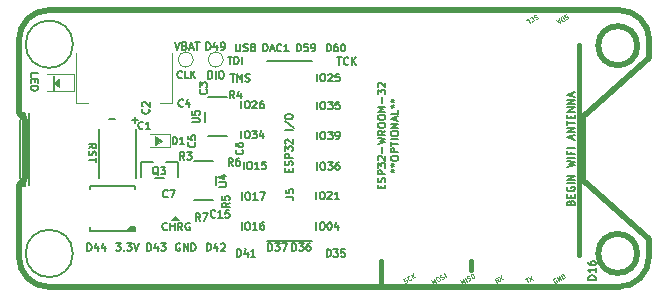
<source format=gbr>
%TF.GenerationSoftware,KiCad,Pcbnew,(6.0.0-rc1-dev-1614-ge850a482d)*%
%TF.CreationDate,2019-02-21T20:22:14-08:00*%
%TF.ProjectId,SAM32,53414d33-322e-46b6-9963-61645f706362,rev?*%
%TF.SameCoordinates,Original*%
%TF.FileFunction,Legend,Top*%
%TF.FilePolarity,Positive*%
%FSLAX46Y46*%
G04 Gerber Fmt 4.6, Leading zero omitted, Abs format (unit mm)*
G04 Created by KiCad (PCBNEW (6.0.0-rc1-dev-1614-ge850a482d)) date 2019-02-21 20:22:14*
%MOMM*%
%LPD*%
G04 APERTURE LIST*
%ADD10C,0.381000*%
%ADD11C,0.095250*%
%ADD12C,0.127000*%
%ADD13C,0.158750*%
%ADD14C,0.100000*%
%ADD15C,0.150000*%
%ADD16C,0.508000*%
%ADD17C,0.120000*%
%ADD18C,0.203200*%
G04 APERTURE END LIST*
D10*
X86481920Y-110617000D02*
X86481920Y-108849160D01*
D11*
X101235575Y-110320305D02*
X101195079Y-110322735D01*
X101147942Y-110349949D01*
X101109877Y-110392876D01*
X101096596Y-110442443D01*
X101099026Y-110482939D01*
X101119600Y-110554859D01*
X101146814Y-110601996D01*
X101198812Y-110655773D01*
X101232667Y-110678126D01*
X101282234Y-110691407D01*
X101338442Y-110679905D01*
X101369867Y-110661762D01*
X101407932Y-110618836D01*
X101414573Y-110594052D01*
X101351073Y-110484067D01*
X101288224Y-110520353D01*
X101574125Y-110543834D02*
X101383625Y-110213878D01*
X101762671Y-110434977D01*
X101572171Y-110105021D01*
X101919793Y-110344262D02*
X101729293Y-110014307D01*
X101807854Y-109968949D01*
X101864062Y-109957447D01*
X101913629Y-109970729D01*
X101947484Y-109993082D01*
X101999482Y-110046859D01*
X102026696Y-110093996D01*
X102047270Y-110165916D01*
X102049700Y-110206411D01*
X102036419Y-110255979D01*
X101998354Y-110298905D01*
X101919793Y-110344262D01*
D12*
X74308788Y-108491261D02*
X74308788Y-107856261D01*
X74459979Y-107856261D01*
X74550693Y-107886500D01*
X74611169Y-107946976D01*
X74641407Y-108007452D01*
X74671645Y-108128404D01*
X74671645Y-108219119D01*
X74641407Y-108340071D01*
X74611169Y-108400547D01*
X74550693Y-108461023D01*
X74459979Y-108491261D01*
X74308788Y-108491261D01*
X75215931Y-108067928D02*
X75215931Y-108491261D01*
X75064740Y-107826023D02*
X74913550Y-108279595D01*
X75306645Y-108279595D01*
X75881169Y-108491261D02*
X75518312Y-108491261D01*
X75699740Y-108491261D02*
X75699740Y-107856261D01*
X75639264Y-107946976D01*
X75578788Y-108007452D01*
X75518312Y-108037690D01*
X66696408Y-107983261D02*
X66696408Y-107348261D01*
X66847599Y-107348261D01*
X66938313Y-107378500D01*
X66998789Y-107438976D01*
X67029027Y-107499452D01*
X67059265Y-107620404D01*
X67059265Y-107711119D01*
X67029027Y-107832071D01*
X66998789Y-107892547D01*
X66938313Y-107953023D01*
X66847599Y-107983261D01*
X66696408Y-107983261D01*
X67603551Y-107559928D02*
X67603551Y-107983261D01*
X67452360Y-107318023D02*
X67301170Y-107771595D01*
X67694265Y-107771595D01*
X67875694Y-107348261D02*
X68268789Y-107348261D01*
X68057122Y-107590166D01*
X68147837Y-107590166D01*
X68208313Y-107620404D01*
X68238551Y-107650642D01*
X68268789Y-107711119D01*
X68268789Y-107862309D01*
X68238551Y-107922785D01*
X68208313Y-107953023D01*
X68147837Y-107983261D01*
X67966408Y-107983261D01*
X67905932Y-107953023D01*
X67875694Y-107922785D01*
X104687261Y-110421071D02*
X104052261Y-110421071D01*
X104052261Y-110269880D01*
X104082500Y-110179166D01*
X104142976Y-110118690D01*
X104203452Y-110088452D01*
X104324404Y-110058214D01*
X104415119Y-110058214D01*
X104536071Y-110088452D01*
X104596547Y-110118690D01*
X104657023Y-110179166D01*
X104687261Y-110269880D01*
X104687261Y-110421071D01*
X104687261Y-109453452D02*
X104687261Y-109816309D01*
X104687261Y-109634880D02*
X104052261Y-109634880D01*
X104142976Y-109695357D01*
X104203452Y-109755833D01*
X104233690Y-109816309D01*
X104052261Y-108909166D02*
X104052261Y-109030119D01*
X104082500Y-109090595D01*
X104112738Y-109120833D01*
X104203452Y-109181309D01*
X104324404Y-109211547D01*
X104566309Y-109211547D01*
X104626785Y-109181309D01*
X104657023Y-109151071D01*
X104687261Y-109090595D01*
X104687261Y-108969642D01*
X104657023Y-108909166D01*
X104626785Y-108878928D01*
X104566309Y-108848690D01*
X104415119Y-108848690D01*
X104354642Y-108878928D01*
X104324404Y-108909166D01*
X104294166Y-108969642D01*
X104294166Y-109090595D01*
X104324404Y-109151071D01*
X104354642Y-109181309D01*
X104415119Y-109211547D01*
D11*
X98689043Y-110373172D02*
X98877589Y-110264315D01*
X98973816Y-110648699D02*
X98783316Y-110318744D01*
X98956150Y-110218958D02*
X99366621Y-110421914D01*
X99176121Y-110091958D02*
X99146650Y-110548914D01*
X96508625Y-110567635D02*
X96307926Y-110474013D01*
X96320079Y-110676492D02*
X96129579Y-110346537D01*
X96255277Y-110273965D01*
X96295773Y-110271535D01*
X96320556Y-110278175D01*
X96354411Y-110300528D01*
X96381625Y-110347665D01*
X96384056Y-110388160D01*
X96377415Y-110412944D01*
X96355062Y-110446799D01*
X96229365Y-110519371D01*
X96428111Y-110174179D02*
X96838581Y-110377135D01*
X96648081Y-110047179D02*
X96618611Y-110504135D01*
D12*
X73763333Y-93022261D02*
X74126190Y-93022261D01*
X73944761Y-93657261D02*
X73944761Y-93022261D01*
X74337857Y-93657261D02*
X74337857Y-93022261D01*
X74549523Y-93475833D01*
X74761190Y-93022261D01*
X74761190Y-93657261D01*
X75033333Y-93627023D02*
X75124047Y-93657261D01*
X75275238Y-93657261D01*
X75335714Y-93627023D01*
X75365952Y-93596785D01*
X75396190Y-93536309D01*
X75396190Y-93475833D01*
X75365952Y-93415357D01*
X75335714Y-93385119D01*
X75275238Y-93354880D01*
X75154285Y-93324642D01*
X75093809Y-93294404D01*
X75063571Y-93264166D01*
X75033333Y-93203690D01*
X75033333Y-93143214D01*
X75063571Y-93082738D01*
X75093809Y-93052500D01*
X75154285Y-93022261D01*
X75305476Y-93022261D01*
X75396190Y-93052500D01*
D13*
X63995904Y-96855642D02*
X63512095Y-96855642D01*
X65704357Y-97142904D02*
X65704357Y-96659095D01*
X65946261Y-96901000D02*
X65462452Y-96901000D01*
D14*
G36*
X67989600Y-98651000D02*
G01*
X67380000Y-99032000D01*
X67380000Y-98270000D01*
X67989600Y-98651000D01*
G37*
X67989600Y-98651000D02*
X67380000Y-99032000D01*
X67380000Y-98270000D01*
X67989600Y-98651000D01*
D15*
X58847114Y-94441600D02*
X58847114Y-93146200D01*
D14*
G36*
X59258200Y-94111400D02*
G01*
X58847114Y-93792240D01*
X59258200Y-93451000D01*
X59258200Y-94111400D01*
G37*
X59258200Y-94111400D02*
X58847114Y-93792240D01*
X59258200Y-93451000D01*
X59258200Y-94111400D01*
G36*
X69375020Y-105349040D02*
G01*
X68714620Y-105349040D01*
X69044820Y-105069640D01*
X69375020Y-105349040D01*
G37*
X69375020Y-105349040D02*
X68714620Y-105349040D01*
X69044820Y-105069640D01*
X69375020Y-105349040D01*
D16*
X109192060Y-106945080D02*
X109192060Y-108498640D01*
X106652060Y-111038640D02*
G75*
G03X109192060Y-108498640I0J2540000D01*
G01*
X103755076Y-102181768D02*
X109192060Y-106945080D01*
X55852060Y-96296067D02*
X56300000Y-96740000D01*
X103758052Y-96469398D02*
X109220013Y-91690000D01*
X103758039Y-96469407D02*
G75*
G03X103628512Y-96721166I160472J-241760D01*
G01*
X103755063Y-102181759D02*
G75*
G02X103625536Y-101930000I160472J241760D01*
G01*
X103625536Y-101930000D02*
X103628512Y-96721166D01*
X55852060Y-102438136D02*
X56300000Y-101994203D01*
X56300000Y-101994203D02*
G75*
G03X56361488Y-101805369I-228511J178835D01*
G01*
X56300000Y-96740000D02*
G75*
G02X56361488Y-96928834I-228511J-178835D01*
G01*
D12*
X56852738Y-93261785D02*
X56852738Y-92959404D01*
X57487738Y-92959404D01*
X57185357Y-93473452D02*
X57185357Y-93685119D01*
X56852738Y-93775833D02*
X56852738Y-93473452D01*
X57487738Y-93473452D01*
X57487738Y-93775833D01*
X56852738Y-94047976D02*
X57487738Y-94047976D01*
X57487738Y-94199166D01*
X57457500Y-94289880D01*
X57397023Y-94350357D01*
X57336547Y-94380595D01*
X57215595Y-94410833D01*
X57124880Y-94410833D01*
X57003928Y-94380595D01*
X56943452Y-94350357D01*
X56882976Y-94289880D01*
X56852738Y-94199166D01*
X56852738Y-94047976D01*
X68398928Y-106166785D02*
X68368690Y-106197023D01*
X68277976Y-106227261D01*
X68217500Y-106227261D01*
X68126785Y-106197023D01*
X68066309Y-106136547D01*
X68036071Y-106076071D01*
X68005833Y-105955119D01*
X68005833Y-105864404D01*
X68036071Y-105743452D01*
X68066309Y-105682976D01*
X68126785Y-105622500D01*
X68217500Y-105592261D01*
X68277976Y-105592261D01*
X68368690Y-105622500D01*
X68398928Y-105652738D01*
X68671071Y-106227261D02*
X68671071Y-105592261D01*
X68671071Y-105894642D02*
X69033928Y-105894642D01*
X69033928Y-106227261D02*
X69033928Y-105592261D01*
X69699166Y-106227261D02*
X69487500Y-105924880D01*
X69336309Y-106227261D02*
X69336309Y-105592261D01*
X69578214Y-105592261D01*
X69638690Y-105622500D01*
X69668928Y-105652738D01*
X69699166Y-105713214D01*
X69699166Y-105803928D01*
X69668928Y-105864404D01*
X69638690Y-105894642D01*
X69578214Y-105924880D01*
X69336309Y-105924880D01*
X70303928Y-105622500D02*
X70243452Y-105592261D01*
X70152738Y-105592261D01*
X70062023Y-105622500D01*
X70001547Y-105682976D01*
X69971309Y-105743452D01*
X69941071Y-105864404D01*
X69941071Y-105955119D01*
X69971309Y-106076071D01*
X70001547Y-106136547D01*
X70062023Y-106197023D01*
X70152738Y-106227261D01*
X70213214Y-106227261D01*
X70303928Y-106197023D01*
X70334166Y-106166785D01*
X70334166Y-105955119D01*
X70213214Y-105955119D01*
X61752738Y-99302261D02*
X62055119Y-99090595D01*
X61752738Y-98939404D02*
X62387738Y-98939404D01*
X62387738Y-99181309D01*
X62357500Y-99241785D01*
X62327261Y-99272023D01*
X62266785Y-99302261D01*
X62176071Y-99302261D01*
X62115595Y-99272023D01*
X62085357Y-99241785D01*
X62055119Y-99181309D01*
X62055119Y-98939404D01*
X61782976Y-99544166D02*
X61752738Y-99634880D01*
X61752738Y-99786071D01*
X61782976Y-99846547D01*
X61813214Y-99876785D01*
X61873690Y-99907023D01*
X61934166Y-99907023D01*
X61994642Y-99876785D01*
X62024880Y-99846547D01*
X62055119Y-99786071D01*
X62085357Y-99665119D01*
X62115595Y-99604642D01*
X62145833Y-99574404D01*
X62206309Y-99544166D01*
X62266785Y-99544166D01*
X62327261Y-99574404D01*
X62357500Y-99604642D01*
X62387738Y-99665119D01*
X62387738Y-99816309D01*
X62357500Y-99907023D01*
X62387738Y-100088452D02*
X62387738Y-100451309D01*
X61752738Y-100269880D02*
X62387738Y-100269880D01*
D10*
X94107000Y-109573060D02*
X94107000Y-108839000D01*
D11*
X102197873Y-87948385D02*
X102141665Y-87959887D01*
X102063104Y-88005244D01*
X102040751Y-88039099D01*
X102034110Y-88063882D01*
X102036541Y-88104378D01*
X102054684Y-88135803D01*
X102088539Y-88158156D01*
X102113323Y-88164796D01*
X102153818Y-88162366D01*
X102225738Y-88141792D01*
X102266234Y-88139361D01*
X102291018Y-88146002D01*
X102324873Y-88168355D01*
X102343016Y-88199779D01*
X102345446Y-88240275D01*
X102338806Y-88265059D01*
X102316453Y-88298914D01*
X102237892Y-88344271D01*
X102181684Y-88355773D01*
X101858846Y-88123172D02*
X102049346Y-88453128D01*
X101970785Y-88498485D01*
X101914577Y-88509987D01*
X101865010Y-88496706D01*
X101831155Y-88474353D01*
X101779157Y-88420576D01*
X101751942Y-88373439D01*
X101731369Y-88301519D01*
X101728938Y-88261023D01*
X101742220Y-88211456D01*
X101780285Y-88168530D01*
X101858846Y-88123172D01*
X101599031Y-88398874D02*
X101441909Y-88489588D01*
X101576027Y-88286458D02*
X101656541Y-88679914D01*
X101356056Y-88413458D01*
X99619537Y-87983400D02*
X99563329Y-87994902D01*
X99484768Y-88040260D01*
X99462415Y-88074115D01*
X99455774Y-88098898D01*
X99458205Y-88139394D01*
X99476348Y-88170818D01*
X99510203Y-88193171D01*
X99534986Y-88199812D01*
X99575482Y-88197381D01*
X99647402Y-88176808D01*
X99687898Y-88174377D01*
X99712682Y-88181018D01*
X99746537Y-88203371D01*
X99764680Y-88234795D01*
X99767110Y-88275291D01*
X99760470Y-88300074D01*
X99738117Y-88333930D01*
X99659556Y-88379287D01*
X99603348Y-88390789D01*
X99110106Y-88298470D02*
X99116747Y-88273686D01*
X99154812Y-88230760D01*
X99186237Y-88212617D01*
X99242445Y-88201115D01*
X99292012Y-88214396D01*
X99325867Y-88236749D01*
X99377865Y-88290526D01*
X99405079Y-88337663D01*
X99425652Y-88409583D01*
X99428083Y-88450079D01*
X99414802Y-88499646D01*
X99376737Y-88542572D01*
X99345312Y-88560715D01*
X99289104Y-88572217D01*
X99264321Y-88565577D01*
X98793432Y-88439402D02*
X98950554Y-88348688D01*
X99141054Y-88678644D01*
X93410516Y-110816702D02*
X93220016Y-110486747D01*
X93466073Y-110658929D01*
X93439987Y-110359747D01*
X93630487Y-110689702D01*
X93787608Y-110598988D02*
X93597108Y-110269032D01*
X93919947Y-110501633D02*
X93976155Y-110490131D01*
X94054715Y-110444774D01*
X94077068Y-110410919D01*
X94083709Y-110386135D01*
X94081278Y-110345639D01*
X94063136Y-110314215D01*
X94029281Y-110291862D01*
X94004497Y-110285221D01*
X93964001Y-110287652D01*
X93892081Y-110308226D01*
X93851585Y-110310656D01*
X93826802Y-110304015D01*
X93792947Y-110281663D01*
X93774804Y-110250238D01*
X93772373Y-110209742D01*
X93779014Y-110184959D01*
X93801367Y-110151104D01*
X93879928Y-110105747D01*
X93936136Y-110094245D01*
X94131322Y-109960604D02*
X94194171Y-109924318D01*
X94234667Y-109921887D01*
X94284234Y-109935169D01*
X94336232Y-109988946D01*
X94399732Y-110098931D01*
X94420306Y-110170851D01*
X94407024Y-110220419D01*
X94384671Y-110254274D01*
X94321822Y-110290559D01*
X94281327Y-110292990D01*
X94231759Y-110279709D01*
X94179762Y-110225931D01*
X94116262Y-110115946D01*
X94095688Y-110044026D01*
X94108970Y-109994459D01*
X94131322Y-109960604D01*
X90956876Y-110809082D02*
X90766376Y-110479127D01*
X91012433Y-110651309D01*
X90986347Y-110352127D01*
X91176847Y-110682082D01*
X91206317Y-110225127D02*
X91269166Y-110188841D01*
X91309662Y-110186410D01*
X91359229Y-110199692D01*
X91411227Y-110253469D01*
X91474727Y-110363454D01*
X91495300Y-110435374D01*
X91482019Y-110484942D01*
X91459666Y-110518797D01*
X91396817Y-110555082D01*
X91356321Y-110557513D01*
X91306754Y-110544231D01*
X91254756Y-110490454D01*
X91191256Y-110380469D01*
X91170683Y-110308549D01*
X91183964Y-110258982D01*
X91206317Y-110225127D01*
X91654853Y-110385156D02*
X91711061Y-110373654D01*
X91789622Y-110328297D01*
X91811974Y-110294442D01*
X91818615Y-110269658D01*
X91816185Y-110229162D01*
X91798042Y-110197738D01*
X91764187Y-110175385D01*
X91739403Y-110168744D01*
X91698907Y-110171175D01*
X91626987Y-110191748D01*
X91586491Y-110194179D01*
X91561708Y-110187538D01*
X91527853Y-110165185D01*
X91509710Y-110133761D01*
X91507279Y-110093265D01*
X91513920Y-110068482D01*
X91536273Y-110034627D01*
X91614834Y-109989269D01*
X91671042Y-109977767D01*
X91993880Y-110210368D02*
X91803380Y-109880412D01*
X88560498Y-110690682D02*
X88616706Y-110679179D01*
X88695267Y-110633822D01*
X88717620Y-110599967D01*
X88724260Y-110575184D01*
X88721830Y-110534688D01*
X88703687Y-110503264D01*
X88669832Y-110480911D01*
X88645048Y-110474270D01*
X88604552Y-110476701D01*
X88532632Y-110497274D01*
X88492137Y-110499705D01*
X88467353Y-110493064D01*
X88433498Y-110470711D01*
X88415355Y-110439287D01*
X88412924Y-110398791D01*
X88419565Y-110374007D01*
X88441918Y-110340152D01*
X88520479Y-110294795D01*
X88576687Y-110283293D01*
X89069928Y-110375612D02*
X89063288Y-110400396D01*
X89025222Y-110443322D01*
X88993798Y-110461465D01*
X88937590Y-110472967D01*
X88888023Y-110459686D01*
X88854168Y-110437333D01*
X88802170Y-110383556D01*
X88774956Y-110336419D01*
X88754382Y-110264499D01*
X88751951Y-110224003D01*
X88765233Y-110174436D01*
X88803298Y-110131509D01*
X88834722Y-110113367D01*
X88890930Y-110101865D01*
X88915714Y-110108505D01*
X89229481Y-110325394D02*
X89038981Y-109995438D01*
X89418027Y-110216537D02*
X89167760Y-110109633D01*
X89227527Y-109886581D02*
X89147838Y-110183984D01*
D16*
X108205221Y-90615720D02*
G75*
G03X108205221Y-90615720I-1652221J0D01*
G01*
X108205221Y-108205220D02*
G75*
G03X108205221Y-108205220I-1652221J0D01*
G01*
D12*
X102570642Y-103913214D02*
X102600880Y-103822500D01*
X102631119Y-103792261D01*
X102691595Y-103762023D01*
X102782309Y-103762023D01*
X102842785Y-103792261D01*
X102873023Y-103822500D01*
X102903261Y-103882976D01*
X102903261Y-104124880D01*
X102268261Y-104124880D01*
X102268261Y-103913214D01*
X102298500Y-103852738D01*
X102328738Y-103822500D01*
X102389214Y-103792261D01*
X102449690Y-103792261D01*
X102510166Y-103822500D01*
X102540404Y-103852738D01*
X102570642Y-103913214D01*
X102570642Y-104124880D01*
X102570642Y-103489880D02*
X102570642Y-103278214D01*
X102903261Y-103187500D02*
X102903261Y-103489880D01*
X102268261Y-103489880D01*
X102268261Y-103187500D01*
X102298500Y-102582738D02*
X102268261Y-102643214D01*
X102268261Y-102733928D01*
X102298500Y-102824642D01*
X102358976Y-102885119D01*
X102419452Y-102915357D01*
X102540404Y-102945595D01*
X102631119Y-102945595D01*
X102752071Y-102915357D01*
X102812547Y-102885119D01*
X102873023Y-102824642D01*
X102903261Y-102733928D01*
X102903261Y-102673452D01*
X102873023Y-102582738D01*
X102842785Y-102552500D01*
X102631119Y-102552500D01*
X102631119Y-102673452D01*
X102903261Y-102280357D02*
X102268261Y-102280357D01*
X102903261Y-101977976D02*
X102268261Y-101977976D01*
X102903261Y-101615119D01*
X102268261Y-101615119D01*
X102268261Y-100889404D02*
X102903261Y-100738214D01*
X102449690Y-100617261D01*
X102903261Y-100496309D01*
X102268261Y-100345119D01*
X102903261Y-100103214D02*
X102268261Y-100103214D01*
X102570642Y-99589166D02*
X102570642Y-99800833D01*
X102903261Y-99800833D02*
X102268261Y-99800833D01*
X102268261Y-99498452D01*
X102903261Y-99256547D02*
X102268261Y-99256547D01*
X102721833Y-98500595D02*
X102721833Y-98198214D01*
X102903261Y-98561071D02*
X102268261Y-98349404D01*
X102903261Y-98137738D01*
X102903261Y-97926071D02*
X102268261Y-97926071D01*
X102903261Y-97563214D01*
X102268261Y-97563214D01*
X102268261Y-97351547D02*
X102268261Y-96988690D01*
X102903261Y-97170119D02*
X102268261Y-97170119D01*
X102570642Y-96777023D02*
X102570642Y-96565357D01*
X102903261Y-96474642D02*
X102903261Y-96777023D01*
X102268261Y-96777023D01*
X102268261Y-96474642D01*
X102903261Y-96202500D02*
X102268261Y-96202500D01*
X102903261Y-95839642D01*
X102268261Y-95839642D01*
X102903261Y-95537261D02*
X102268261Y-95537261D01*
X102903261Y-95174404D01*
X102268261Y-95174404D01*
X102721833Y-94902261D02*
X102721833Y-94599880D01*
X102903261Y-94962738D02*
X102268261Y-94751071D01*
X102903261Y-94539404D01*
D10*
X103251000Y-108331113D02*
X103251000Y-90550886D01*
D12*
X86536892Y-102694619D02*
X86536892Y-102482952D01*
X86869511Y-102392238D02*
X86869511Y-102694619D01*
X86234511Y-102694619D01*
X86234511Y-102392238D01*
X86839273Y-102150333D02*
X86869511Y-102059619D01*
X86869511Y-101908428D01*
X86839273Y-101847952D01*
X86809035Y-101817714D01*
X86748559Y-101787476D01*
X86688083Y-101787476D01*
X86627607Y-101817714D01*
X86597369Y-101847952D01*
X86567130Y-101908428D01*
X86536892Y-102029380D01*
X86506654Y-102089857D01*
X86476416Y-102120095D01*
X86415940Y-102150333D01*
X86355464Y-102150333D01*
X86294988Y-102120095D01*
X86264750Y-102089857D01*
X86234511Y-102029380D01*
X86234511Y-101878190D01*
X86264750Y-101787476D01*
X86869511Y-101515333D02*
X86234511Y-101515333D01*
X86234511Y-101273428D01*
X86264750Y-101212952D01*
X86294988Y-101182714D01*
X86355464Y-101152476D01*
X86446178Y-101152476D01*
X86506654Y-101182714D01*
X86536892Y-101212952D01*
X86567130Y-101273428D01*
X86567130Y-101515333D01*
X86234511Y-100940809D02*
X86234511Y-100547714D01*
X86476416Y-100759380D01*
X86476416Y-100668666D01*
X86506654Y-100608190D01*
X86536892Y-100577952D01*
X86597369Y-100547714D01*
X86748559Y-100547714D01*
X86809035Y-100577952D01*
X86839273Y-100608190D01*
X86869511Y-100668666D01*
X86869511Y-100850095D01*
X86839273Y-100910571D01*
X86809035Y-100940809D01*
X86294988Y-100305809D02*
X86264750Y-100275571D01*
X86234511Y-100215095D01*
X86234511Y-100063904D01*
X86264750Y-100003428D01*
X86294988Y-99973190D01*
X86355464Y-99942952D01*
X86415940Y-99942952D01*
X86506654Y-99973190D01*
X86869511Y-100336047D01*
X86869511Y-99942952D01*
X86627607Y-99670809D02*
X86627607Y-99187000D01*
X86234511Y-98945095D02*
X86869511Y-98793904D01*
X86415940Y-98672952D01*
X86869511Y-98552000D01*
X86234511Y-98400809D01*
X86869511Y-97796047D02*
X86567130Y-98007714D01*
X86869511Y-98158904D02*
X86234511Y-98158904D01*
X86234511Y-97917000D01*
X86264750Y-97856523D01*
X86294988Y-97826285D01*
X86355464Y-97796047D01*
X86446178Y-97796047D01*
X86506654Y-97826285D01*
X86536892Y-97856523D01*
X86567130Y-97917000D01*
X86567130Y-98158904D01*
X86234511Y-97402952D02*
X86234511Y-97282000D01*
X86264750Y-97221523D01*
X86325226Y-97161047D01*
X86446178Y-97130809D01*
X86657845Y-97130809D01*
X86778797Y-97161047D01*
X86839273Y-97221523D01*
X86869511Y-97282000D01*
X86869511Y-97402952D01*
X86839273Y-97463428D01*
X86778797Y-97523904D01*
X86657845Y-97554142D01*
X86446178Y-97554142D01*
X86325226Y-97523904D01*
X86264750Y-97463428D01*
X86234511Y-97402952D01*
X86234511Y-96737714D02*
X86234511Y-96616761D01*
X86264750Y-96556285D01*
X86325226Y-96495809D01*
X86446178Y-96465571D01*
X86657845Y-96465571D01*
X86778797Y-96495809D01*
X86839273Y-96556285D01*
X86869511Y-96616761D01*
X86869511Y-96737714D01*
X86839273Y-96798190D01*
X86778797Y-96858666D01*
X86657845Y-96888904D01*
X86446178Y-96888904D01*
X86325226Y-96858666D01*
X86264750Y-96798190D01*
X86234511Y-96737714D01*
X86869511Y-96193428D02*
X86234511Y-96193428D01*
X86688083Y-95981761D01*
X86234511Y-95770095D01*
X86869511Y-95770095D01*
X86627607Y-95467714D02*
X86627607Y-94983904D01*
X86234511Y-94742000D02*
X86234511Y-94348904D01*
X86476416Y-94560571D01*
X86476416Y-94469857D01*
X86506654Y-94409380D01*
X86536892Y-94379142D01*
X86597369Y-94348904D01*
X86748559Y-94348904D01*
X86809035Y-94379142D01*
X86839273Y-94409380D01*
X86869511Y-94469857D01*
X86869511Y-94651285D01*
X86839273Y-94711761D01*
X86809035Y-94742000D01*
X86294988Y-94107000D02*
X86264750Y-94076761D01*
X86234511Y-94016285D01*
X86234511Y-93865095D01*
X86264750Y-93804619D01*
X86294988Y-93774380D01*
X86355464Y-93744142D01*
X86415940Y-93744142D01*
X86506654Y-93774380D01*
X86869511Y-94137238D01*
X86869511Y-93744142D01*
X87314011Y-101197833D02*
X87465202Y-101197833D01*
X87404726Y-101349023D02*
X87465202Y-101197833D01*
X87404726Y-101046642D01*
X87586154Y-101288547D02*
X87465202Y-101197833D01*
X87586154Y-101107119D01*
X87314011Y-100714023D02*
X87465202Y-100714023D01*
X87404726Y-100865214D02*
X87465202Y-100714023D01*
X87404726Y-100562833D01*
X87586154Y-100804738D02*
X87465202Y-100714023D01*
X87586154Y-100623309D01*
X87314011Y-100199976D02*
X87314011Y-100079023D01*
X87344250Y-100018547D01*
X87404726Y-99958071D01*
X87525678Y-99927833D01*
X87737345Y-99927833D01*
X87858297Y-99958071D01*
X87918773Y-100018547D01*
X87949011Y-100079023D01*
X87949011Y-100199976D01*
X87918773Y-100260452D01*
X87858297Y-100320928D01*
X87737345Y-100351166D01*
X87525678Y-100351166D01*
X87404726Y-100320928D01*
X87344250Y-100260452D01*
X87314011Y-100199976D01*
X87949011Y-99655690D02*
X87314011Y-99655690D01*
X87314011Y-99413785D01*
X87344250Y-99353309D01*
X87374488Y-99323071D01*
X87434964Y-99292833D01*
X87525678Y-99292833D01*
X87586154Y-99323071D01*
X87616392Y-99353309D01*
X87646630Y-99413785D01*
X87646630Y-99655690D01*
X87314011Y-99111404D02*
X87314011Y-98748547D01*
X87949011Y-98929976D02*
X87314011Y-98929976D01*
X87949011Y-98536880D02*
X87314011Y-98536880D01*
X87314011Y-98113547D02*
X87314011Y-97992595D01*
X87344250Y-97932119D01*
X87404726Y-97871642D01*
X87525678Y-97841404D01*
X87737345Y-97841404D01*
X87858297Y-97871642D01*
X87918773Y-97932119D01*
X87949011Y-97992595D01*
X87949011Y-98113547D01*
X87918773Y-98174023D01*
X87858297Y-98234500D01*
X87737345Y-98264738D01*
X87525678Y-98264738D01*
X87404726Y-98234500D01*
X87344250Y-98174023D01*
X87314011Y-98113547D01*
X87949011Y-97569261D02*
X87314011Y-97569261D01*
X87949011Y-97206404D01*
X87314011Y-97206404D01*
X87767583Y-96934261D02*
X87767583Y-96631880D01*
X87949011Y-96994738D02*
X87314011Y-96783071D01*
X87949011Y-96571404D01*
X87949011Y-96057357D02*
X87949011Y-96359738D01*
X87314011Y-96359738D01*
X87314011Y-95754976D02*
X87465202Y-95754976D01*
X87404726Y-95906166D02*
X87465202Y-95754976D01*
X87404726Y-95603785D01*
X87586154Y-95845690D02*
X87465202Y-95754976D01*
X87586154Y-95664261D01*
X87314011Y-95271166D02*
X87465202Y-95271166D01*
X87404726Y-95422357D02*
X87465202Y-95271166D01*
X87404726Y-95119976D01*
X87586154Y-95361880D02*
X87465202Y-95271166D01*
X87586154Y-95180452D01*
X78694642Y-101288547D02*
X78694642Y-101076880D01*
X79027261Y-100986166D02*
X79027261Y-101288547D01*
X78392261Y-101288547D01*
X78392261Y-100986166D01*
X78997023Y-100744261D02*
X79027261Y-100653547D01*
X79027261Y-100502357D01*
X78997023Y-100441880D01*
X78966785Y-100411642D01*
X78906309Y-100381404D01*
X78845833Y-100381404D01*
X78785357Y-100411642D01*
X78755119Y-100441880D01*
X78724880Y-100502357D01*
X78694642Y-100623309D01*
X78664404Y-100683785D01*
X78634166Y-100714023D01*
X78573690Y-100744261D01*
X78513214Y-100744261D01*
X78452738Y-100714023D01*
X78422500Y-100683785D01*
X78392261Y-100623309D01*
X78392261Y-100472119D01*
X78422500Y-100381404D01*
X79027261Y-100109261D02*
X78392261Y-100109261D01*
X78392261Y-99867357D01*
X78422500Y-99806880D01*
X78452738Y-99776642D01*
X78513214Y-99746404D01*
X78603928Y-99746404D01*
X78664404Y-99776642D01*
X78694642Y-99806880D01*
X78724880Y-99867357D01*
X78724880Y-100109261D01*
X78392261Y-99534738D02*
X78392261Y-99141642D01*
X78634166Y-99353309D01*
X78634166Y-99262595D01*
X78664404Y-99202119D01*
X78694642Y-99171880D01*
X78755119Y-99141642D01*
X78906309Y-99141642D01*
X78966785Y-99171880D01*
X78997023Y-99202119D01*
X79027261Y-99262595D01*
X79027261Y-99444023D01*
X78997023Y-99504500D01*
X78966785Y-99534738D01*
X78452738Y-98899738D02*
X78422500Y-98869500D01*
X78392261Y-98809023D01*
X78392261Y-98657833D01*
X78422500Y-98597357D01*
X78452738Y-98567119D01*
X78513214Y-98536880D01*
X78573690Y-98536880D01*
X78664404Y-98567119D01*
X79027261Y-98929976D01*
X79027261Y-98536880D01*
X79027261Y-97780928D02*
X78392261Y-97780928D01*
X78362023Y-97024976D02*
X79178452Y-97569261D01*
X78392261Y-96692357D02*
X78392261Y-96571404D01*
X78422500Y-96510928D01*
X78482976Y-96450452D01*
X78603928Y-96420214D01*
X78815595Y-96420214D01*
X78936547Y-96450452D01*
X78997023Y-96510928D01*
X79027261Y-96571404D01*
X79027261Y-96692357D01*
X78997023Y-96752833D01*
X78936547Y-96813309D01*
X78815595Y-96843547D01*
X78603928Y-96843547D01*
X78482976Y-96813309D01*
X78422500Y-96752833D01*
X78392261Y-96692357D01*
X82813071Y-91600261D02*
X83175928Y-91600261D01*
X82994500Y-92235261D02*
X82994500Y-91600261D01*
X83750452Y-92174785D02*
X83720214Y-92205023D01*
X83629500Y-92235261D01*
X83569023Y-92235261D01*
X83478309Y-92205023D01*
X83417833Y-92144547D01*
X83387595Y-92084071D01*
X83357357Y-91963119D01*
X83357357Y-91872404D01*
X83387595Y-91751452D01*
X83417833Y-91690976D01*
X83478309Y-91630500D01*
X83569023Y-91600261D01*
X83629500Y-91600261D01*
X83720214Y-91630500D01*
X83750452Y-91660738D01*
X84022595Y-92235261D02*
X84022595Y-91600261D01*
X84385452Y-92235261D02*
X84113309Y-91872404D01*
X84385452Y-91600261D02*
X84022595Y-91963119D01*
X73517880Y-91536761D02*
X73880738Y-91536761D01*
X73699309Y-92171761D02*
X73699309Y-91536761D01*
X74092404Y-92171761D02*
X74092404Y-91536761D01*
X74243595Y-91536761D01*
X74334309Y-91567000D01*
X74394785Y-91627476D01*
X74425023Y-91687952D01*
X74455261Y-91808904D01*
X74455261Y-91899619D01*
X74425023Y-92020571D01*
X74394785Y-92081047D01*
X74334309Y-92141523D01*
X74243595Y-92171761D01*
X74092404Y-92171761D01*
X74727404Y-92171761D02*
X74727404Y-91536761D01*
X81104619Y-93632261D02*
X81104619Y-92997261D01*
X81527952Y-92997261D02*
X81648904Y-92997261D01*
X81709380Y-93027500D01*
X81769857Y-93087976D01*
X81800095Y-93208928D01*
X81800095Y-93420595D01*
X81769857Y-93541547D01*
X81709380Y-93602023D01*
X81648904Y-93632261D01*
X81527952Y-93632261D01*
X81467476Y-93602023D01*
X81407000Y-93541547D01*
X81376761Y-93420595D01*
X81376761Y-93208928D01*
X81407000Y-93087976D01*
X81467476Y-93027500D01*
X81527952Y-92997261D01*
X82042000Y-93057738D02*
X82072238Y-93027500D01*
X82132714Y-92997261D01*
X82283904Y-92997261D01*
X82344380Y-93027500D01*
X82374619Y-93057738D01*
X82404857Y-93118214D01*
X82404857Y-93178690D01*
X82374619Y-93269404D01*
X82011761Y-93632261D01*
X82404857Y-93632261D01*
X82979380Y-92997261D02*
X82677000Y-92997261D01*
X82646761Y-93299642D01*
X82677000Y-93269404D01*
X82737476Y-93239166D01*
X82888666Y-93239166D01*
X82949142Y-93269404D01*
X82979380Y-93299642D01*
X83009619Y-93360119D01*
X83009619Y-93511309D01*
X82979380Y-93571785D01*
X82949142Y-93602023D01*
X82888666Y-93632261D01*
X82737476Y-93632261D01*
X82677000Y-93602023D01*
X82646761Y-93571785D01*
X74691119Y-95918261D02*
X74691119Y-95283261D01*
X75114452Y-95283261D02*
X75235404Y-95283261D01*
X75295880Y-95313500D01*
X75356357Y-95373976D01*
X75386595Y-95494928D01*
X75386595Y-95706595D01*
X75356357Y-95827547D01*
X75295880Y-95888023D01*
X75235404Y-95918261D01*
X75114452Y-95918261D01*
X75053976Y-95888023D01*
X74993500Y-95827547D01*
X74963261Y-95706595D01*
X74963261Y-95494928D01*
X74993500Y-95373976D01*
X75053976Y-95313500D01*
X75114452Y-95283261D01*
X75628500Y-95343738D02*
X75658738Y-95313500D01*
X75719214Y-95283261D01*
X75870404Y-95283261D01*
X75930880Y-95313500D01*
X75961119Y-95343738D01*
X75991357Y-95404214D01*
X75991357Y-95464690D01*
X75961119Y-95555404D01*
X75598261Y-95918261D01*
X75991357Y-95918261D01*
X76535642Y-95283261D02*
X76414690Y-95283261D01*
X76354214Y-95313500D01*
X76323976Y-95343738D01*
X76263500Y-95434452D01*
X76233261Y-95555404D01*
X76233261Y-95797309D01*
X76263500Y-95857785D01*
X76293738Y-95888023D01*
X76354214Y-95918261D01*
X76475166Y-95918261D01*
X76535642Y-95888023D01*
X76565880Y-95857785D01*
X76596119Y-95797309D01*
X76596119Y-95646119D01*
X76565880Y-95585642D01*
X76535642Y-95555404D01*
X76475166Y-95525166D01*
X76354214Y-95525166D01*
X76293738Y-95555404D01*
X76263500Y-95585642D01*
X76233261Y-95646119D01*
X81104619Y-95981761D02*
X81104619Y-95346761D01*
X81527952Y-95346761D02*
X81648904Y-95346761D01*
X81709380Y-95377000D01*
X81769857Y-95437476D01*
X81800095Y-95558428D01*
X81800095Y-95770095D01*
X81769857Y-95891047D01*
X81709380Y-95951523D01*
X81648904Y-95981761D01*
X81527952Y-95981761D01*
X81467476Y-95951523D01*
X81407000Y-95891047D01*
X81376761Y-95770095D01*
X81376761Y-95558428D01*
X81407000Y-95437476D01*
X81467476Y-95377000D01*
X81527952Y-95346761D01*
X82011761Y-95346761D02*
X82404857Y-95346761D01*
X82193190Y-95588666D01*
X82283904Y-95588666D01*
X82344380Y-95618904D01*
X82374619Y-95649142D01*
X82404857Y-95709619D01*
X82404857Y-95860809D01*
X82374619Y-95921285D01*
X82344380Y-95951523D01*
X82283904Y-95981761D01*
X82102476Y-95981761D01*
X82042000Y-95951523D01*
X82011761Y-95921285D01*
X82979380Y-95346761D02*
X82677000Y-95346761D01*
X82646761Y-95649142D01*
X82677000Y-95618904D01*
X82737476Y-95588666D01*
X82888666Y-95588666D01*
X82949142Y-95618904D01*
X82979380Y-95649142D01*
X83009619Y-95709619D01*
X83009619Y-95860809D01*
X82979380Y-95921285D01*
X82949142Y-95951523D01*
X82888666Y-95981761D01*
X82737476Y-95981761D01*
X82677000Y-95951523D01*
X82646761Y-95921285D01*
X74754619Y-103665261D02*
X74754619Y-103030261D01*
X75177952Y-103030261D02*
X75298904Y-103030261D01*
X75359380Y-103060500D01*
X75419857Y-103120976D01*
X75450095Y-103241928D01*
X75450095Y-103453595D01*
X75419857Y-103574547D01*
X75359380Y-103635023D01*
X75298904Y-103665261D01*
X75177952Y-103665261D01*
X75117476Y-103635023D01*
X75057000Y-103574547D01*
X75026761Y-103453595D01*
X75026761Y-103241928D01*
X75057000Y-103120976D01*
X75117476Y-103060500D01*
X75177952Y-103030261D01*
X76054857Y-103665261D02*
X75692000Y-103665261D01*
X75873428Y-103665261D02*
X75873428Y-103030261D01*
X75812952Y-103120976D01*
X75752476Y-103181452D01*
X75692000Y-103211690D01*
X76266523Y-103030261D02*
X76689857Y-103030261D01*
X76417714Y-103665261D01*
X74691119Y-98458261D02*
X74691119Y-97823261D01*
X75114452Y-97823261D02*
X75235404Y-97823261D01*
X75295880Y-97853500D01*
X75356357Y-97913976D01*
X75386595Y-98034928D01*
X75386595Y-98246595D01*
X75356357Y-98367547D01*
X75295880Y-98428023D01*
X75235404Y-98458261D01*
X75114452Y-98458261D01*
X75053976Y-98428023D01*
X74993500Y-98367547D01*
X74963261Y-98246595D01*
X74963261Y-98034928D01*
X74993500Y-97913976D01*
X75053976Y-97853500D01*
X75114452Y-97823261D01*
X75598261Y-97823261D02*
X75991357Y-97823261D01*
X75779690Y-98065166D01*
X75870404Y-98065166D01*
X75930880Y-98095404D01*
X75961119Y-98125642D01*
X75991357Y-98186119D01*
X75991357Y-98337309D01*
X75961119Y-98397785D01*
X75930880Y-98428023D01*
X75870404Y-98458261D01*
X75688976Y-98458261D01*
X75628500Y-98428023D01*
X75598261Y-98397785D01*
X76535642Y-98034928D02*
X76535642Y-98458261D01*
X76384452Y-97793023D02*
X76233261Y-98246595D01*
X76626357Y-98246595D01*
X74881619Y-101061761D02*
X74881619Y-100426761D01*
X75304952Y-100426761D02*
X75425904Y-100426761D01*
X75486380Y-100457000D01*
X75546857Y-100517476D01*
X75577095Y-100638428D01*
X75577095Y-100850095D01*
X75546857Y-100971047D01*
X75486380Y-101031523D01*
X75425904Y-101061761D01*
X75304952Y-101061761D01*
X75244476Y-101031523D01*
X75184000Y-100971047D01*
X75153761Y-100850095D01*
X75153761Y-100638428D01*
X75184000Y-100517476D01*
X75244476Y-100457000D01*
X75304952Y-100426761D01*
X76181857Y-101061761D02*
X75819000Y-101061761D01*
X76000428Y-101061761D02*
X76000428Y-100426761D01*
X75939952Y-100517476D01*
X75879476Y-100577952D01*
X75819000Y-100608190D01*
X76756380Y-100426761D02*
X76454000Y-100426761D01*
X76423761Y-100729142D01*
X76454000Y-100698904D01*
X76514476Y-100668666D01*
X76665666Y-100668666D01*
X76726142Y-100698904D01*
X76756380Y-100729142D01*
X76786619Y-100789619D01*
X76786619Y-100940809D01*
X76756380Y-101001285D01*
X76726142Y-101031523D01*
X76665666Y-101061761D01*
X76514476Y-101061761D01*
X76454000Y-101031523D01*
X76423761Y-101001285D01*
X74729219Y-106205261D02*
X74729219Y-105570261D01*
X75152552Y-105570261D02*
X75273504Y-105570261D01*
X75333980Y-105600500D01*
X75394457Y-105660976D01*
X75424695Y-105781928D01*
X75424695Y-105993595D01*
X75394457Y-106114547D01*
X75333980Y-106175023D01*
X75273504Y-106205261D01*
X75152552Y-106205261D01*
X75092076Y-106175023D01*
X75031600Y-106114547D01*
X75001361Y-105993595D01*
X75001361Y-105781928D01*
X75031600Y-105660976D01*
X75092076Y-105600500D01*
X75152552Y-105570261D01*
X76029457Y-106205261D02*
X75666600Y-106205261D01*
X75848028Y-106205261D02*
X75848028Y-105570261D01*
X75787552Y-105660976D01*
X75727076Y-105721452D01*
X75666600Y-105751690D01*
X76573742Y-105570261D02*
X76452790Y-105570261D01*
X76392314Y-105600500D01*
X76362076Y-105630738D01*
X76301600Y-105721452D01*
X76271361Y-105842404D01*
X76271361Y-106084309D01*
X76301600Y-106144785D01*
X76331838Y-106175023D01*
X76392314Y-106205261D01*
X76513266Y-106205261D01*
X76573742Y-106175023D01*
X76603980Y-106144785D01*
X76634219Y-106084309D01*
X76634219Y-105933119D01*
X76603980Y-105872642D01*
X76573742Y-105842404D01*
X76513266Y-105812166D01*
X76392314Y-105812166D01*
X76331838Y-105842404D01*
X76301600Y-105872642D01*
X76271361Y-105933119D01*
X81104619Y-98521761D02*
X81104619Y-97886761D01*
X81527952Y-97886761D02*
X81648904Y-97886761D01*
X81709380Y-97917000D01*
X81769857Y-97977476D01*
X81800095Y-98098428D01*
X81800095Y-98310095D01*
X81769857Y-98431047D01*
X81709380Y-98491523D01*
X81648904Y-98521761D01*
X81527952Y-98521761D01*
X81467476Y-98491523D01*
X81407000Y-98431047D01*
X81376761Y-98310095D01*
X81376761Y-98098428D01*
X81407000Y-97977476D01*
X81467476Y-97917000D01*
X81527952Y-97886761D01*
X82011761Y-97886761D02*
X82404857Y-97886761D01*
X82193190Y-98128666D01*
X82283904Y-98128666D01*
X82344380Y-98158904D01*
X82374619Y-98189142D01*
X82404857Y-98249619D01*
X82404857Y-98400809D01*
X82374619Y-98461285D01*
X82344380Y-98491523D01*
X82283904Y-98521761D01*
X82102476Y-98521761D01*
X82042000Y-98491523D01*
X82011761Y-98461285D01*
X82707238Y-98521761D02*
X82828190Y-98521761D01*
X82888666Y-98491523D01*
X82918904Y-98461285D01*
X82979380Y-98370571D01*
X83009619Y-98249619D01*
X83009619Y-98007714D01*
X82979380Y-97947238D01*
X82949142Y-97917000D01*
X82888666Y-97886761D01*
X82767714Y-97886761D01*
X82707238Y-97917000D01*
X82677000Y-97947238D01*
X82646761Y-98007714D01*
X82646761Y-98158904D01*
X82677000Y-98219380D01*
X82707238Y-98249619D01*
X82767714Y-98279857D01*
X82888666Y-98279857D01*
X82949142Y-98249619D01*
X82979380Y-98219380D01*
X83009619Y-98158904D01*
X81104619Y-101125261D02*
X81104619Y-100490261D01*
X81527952Y-100490261D02*
X81648904Y-100490261D01*
X81709380Y-100520500D01*
X81769857Y-100580976D01*
X81800095Y-100701928D01*
X81800095Y-100913595D01*
X81769857Y-101034547D01*
X81709380Y-101095023D01*
X81648904Y-101125261D01*
X81527952Y-101125261D01*
X81467476Y-101095023D01*
X81407000Y-101034547D01*
X81376761Y-100913595D01*
X81376761Y-100701928D01*
X81407000Y-100580976D01*
X81467476Y-100520500D01*
X81527952Y-100490261D01*
X82011761Y-100490261D02*
X82404857Y-100490261D01*
X82193190Y-100732166D01*
X82283904Y-100732166D01*
X82344380Y-100762404D01*
X82374619Y-100792642D01*
X82404857Y-100853119D01*
X82404857Y-101004309D01*
X82374619Y-101064785D01*
X82344380Y-101095023D01*
X82283904Y-101125261D01*
X82102476Y-101125261D01*
X82042000Y-101095023D01*
X82011761Y-101064785D01*
X82949142Y-100490261D02*
X82828190Y-100490261D01*
X82767714Y-100520500D01*
X82737476Y-100550738D01*
X82677000Y-100641452D01*
X82646761Y-100762404D01*
X82646761Y-101004309D01*
X82677000Y-101064785D01*
X82707238Y-101095023D01*
X82767714Y-101125261D01*
X82888666Y-101125261D01*
X82949142Y-101095023D01*
X82979380Y-101064785D01*
X83009619Y-101004309D01*
X83009619Y-100853119D01*
X82979380Y-100792642D01*
X82949142Y-100762404D01*
X82888666Y-100732166D01*
X82767714Y-100732166D01*
X82707238Y-100762404D01*
X82677000Y-100792642D01*
X82646761Y-100853119D01*
X81041119Y-103601761D02*
X81041119Y-102966761D01*
X81464452Y-102966761D02*
X81585404Y-102966761D01*
X81645880Y-102997000D01*
X81706357Y-103057476D01*
X81736595Y-103178428D01*
X81736595Y-103390095D01*
X81706357Y-103511047D01*
X81645880Y-103571523D01*
X81585404Y-103601761D01*
X81464452Y-103601761D01*
X81403976Y-103571523D01*
X81343500Y-103511047D01*
X81313261Y-103390095D01*
X81313261Y-103178428D01*
X81343500Y-103057476D01*
X81403976Y-102997000D01*
X81464452Y-102966761D01*
X81978500Y-103027238D02*
X82008738Y-102997000D01*
X82069214Y-102966761D01*
X82220404Y-102966761D01*
X82280880Y-102997000D01*
X82311119Y-103027238D01*
X82341357Y-103087714D01*
X82341357Y-103148190D01*
X82311119Y-103238904D01*
X81948261Y-103601761D01*
X82341357Y-103601761D01*
X82946119Y-103601761D02*
X82583261Y-103601761D01*
X82764690Y-103601761D02*
X82764690Y-102966761D01*
X82704214Y-103057476D01*
X82643738Y-103117952D01*
X82583261Y-103148190D01*
X81041119Y-106205261D02*
X81041119Y-105570261D01*
X81464452Y-105570261D02*
X81585404Y-105570261D01*
X81645880Y-105600500D01*
X81706357Y-105660976D01*
X81736595Y-105781928D01*
X81736595Y-105993595D01*
X81706357Y-106114547D01*
X81645880Y-106175023D01*
X81585404Y-106205261D01*
X81464452Y-106205261D01*
X81403976Y-106175023D01*
X81343500Y-106114547D01*
X81313261Y-105993595D01*
X81313261Y-105781928D01*
X81343500Y-105660976D01*
X81403976Y-105600500D01*
X81464452Y-105570261D01*
X82129690Y-105570261D02*
X82190166Y-105570261D01*
X82250642Y-105600500D01*
X82280880Y-105630738D01*
X82311119Y-105691214D01*
X82341357Y-105812166D01*
X82341357Y-105963357D01*
X82311119Y-106084309D01*
X82280880Y-106144785D01*
X82250642Y-106175023D01*
X82190166Y-106205261D01*
X82129690Y-106205261D01*
X82069214Y-106175023D01*
X82038976Y-106144785D01*
X82008738Y-106084309D01*
X81978500Y-105963357D01*
X81978500Y-105812166D01*
X82008738Y-105691214D01*
X82038976Y-105630738D01*
X82069214Y-105600500D01*
X82129690Y-105570261D01*
X82885642Y-105781928D02*
X82885642Y-106205261D01*
X82734452Y-105540023D02*
X82583261Y-105993595D01*
X82976357Y-105993595D01*
X71866880Y-93403661D02*
X71866880Y-92768661D01*
X72018071Y-92768661D01*
X72108785Y-92798900D01*
X72169261Y-92859376D01*
X72199500Y-92919852D01*
X72229738Y-93040804D01*
X72229738Y-93131519D01*
X72199500Y-93252471D01*
X72169261Y-93312947D01*
X72108785Y-93373423D01*
X72018071Y-93403661D01*
X71866880Y-93403661D01*
X72501880Y-93403661D02*
X72501880Y-92768661D01*
X72925214Y-92768661D02*
X73046166Y-92768661D01*
X73106642Y-92798900D01*
X73167119Y-92859376D01*
X73197357Y-92980328D01*
X73197357Y-93191995D01*
X73167119Y-93312947D01*
X73106642Y-93373423D01*
X73046166Y-93403661D01*
X72925214Y-93403661D01*
X72864738Y-93373423D01*
X72804261Y-93312947D01*
X72774023Y-93191995D01*
X72774023Y-92980328D01*
X72804261Y-92859376D01*
X72864738Y-92798900D01*
X72925214Y-92768661D01*
X78984928Y-107983261D02*
X78984928Y-107348261D01*
X79136119Y-107348261D01*
X79226833Y-107378500D01*
X79287309Y-107438976D01*
X79317547Y-107499452D01*
X79347785Y-107620404D01*
X79347785Y-107711119D01*
X79317547Y-107832071D01*
X79287309Y-107892547D01*
X79226833Y-107953023D01*
X79136119Y-107983261D01*
X78984928Y-107983261D01*
X79559452Y-107348261D02*
X79952547Y-107348261D01*
X79740880Y-107590166D01*
X79831595Y-107590166D01*
X79892071Y-107620404D01*
X79922309Y-107650642D01*
X79952547Y-107711119D01*
X79952547Y-107862309D01*
X79922309Y-107922785D01*
X79892071Y-107953023D01*
X79831595Y-107983261D01*
X79650166Y-107983261D01*
X79589690Y-107953023D01*
X79559452Y-107922785D01*
X80496833Y-107348261D02*
X80375880Y-107348261D01*
X80315404Y-107378500D01*
X80285166Y-107408738D01*
X80224690Y-107499452D01*
X80194452Y-107620404D01*
X80194452Y-107862309D01*
X80224690Y-107922785D01*
X80254928Y-107953023D01*
X80315404Y-107983261D01*
X80436357Y-107983261D01*
X80496833Y-107953023D01*
X80527071Y-107922785D01*
X80557309Y-107862309D01*
X80557309Y-107711119D01*
X80527071Y-107650642D01*
X80496833Y-107620404D01*
X80436357Y-107590166D01*
X80315404Y-107590166D01*
X80254928Y-107620404D01*
X80224690Y-107650642D01*
X80194452Y-107711119D01*
X81905928Y-108491261D02*
X81905928Y-107856261D01*
X82057119Y-107856261D01*
X82147833Y-107886500D01*
X82208309Y-107946976D01*
X82238547Y-108007452D01*
X82268785Y-108128404D01*
X82268785Y-108219119D01*
X82238547Y-108340071D01*
X82208309Y-108400547D01*
X82147833Y-108461023D01*
X82057119Y-108491261D01*
X81905928Y-108491261D01*
X82480452Y-107856261D02*
X82873547Y-107856261D01*
X82661880Y-108098166D01*
X82752595Y-108098166D01*
X82813071Y-108128404D01*
X82843309Y-108158642D01*
X82873547Y-108219119D01*
X82873547Y-108370309D01*
X82843309Y-108430785D01*
X82813071Y-108461023D01*
X82752595Y-108491261D01*
X82571166Y-108491261D01*
X82510690Y-108461023D01*
X82480452Y-108430785D01*
X83448071Y-107856261D02*
X83145690Y-107856261D01*
X83115452Y-108158642D01*
X83145690Y-108128404D01*
X83206166Y-108098166D01*
X83357357Y-108098166D01*
X83417833Y-108128404D01*
X83448071Y-108158642D01*
X83478309Y-108219119D01*
X83478309Y-108370309D01*
X83448071Y-108430785D01*
X83417833Y-108461023D01*
X83357357Y-108491261D01*
X83206166Y-108491261D01*
X83145690Y-108461023D01*
X83115452Y-108430785D01*
X76952928Y-107983261D02*
X76952928Y-107348261D01*
X77104119Y-107348261D01*
X77194833Y-107378500D01*
X77255309Y-107438976D01*
X77285547Y-107499452D01*
X77315785Y-107620404D01*
X77315785Y-107711119D01*
X77285547Y-107832071D01*
X77255309Y-107892547D01*
X77194833Y-107953023D01*
X77104119Y-107983261D01*
X76952928Y-107983261D01*
X77527452Y-107348261D02*
X77920547Y-107348261D01*
X77708880Y-107590166D01*
X77799595Y-107590166D01*
X77860071Y-107620404D01*
X77890309Y-107650642D01*
X77920547Y-107711119D01*
X77920547Y-107862309D01*
X77890309Y-107922785D01*
X77860071Y-107953023D01*
X77799595Y-107983261D01*
X77618166Y-107983261D01*
X77557690Y-107953023D01*
X77527452Y-107922785D01*
X78132214Y-107348261D02*
X78555547Y-107348261D01*
X78283404Y-107983261D01*
X69493190Y-107378500D02*
X69432714Y-107348261D01*
X69342000Y-107348261D01*
X69251285Y-107378500D01*
X69190809Y-107438976D01*
X69160571Y-107499452D01*
X69130333Y-107620404D01*
X69130333Y-107711119D01*
X69160571Y-107832071D01*
X69190809Y-107892547D01*
X69251285Y-107953023D01*
X69342000Y-107983261D01*
X69402476Y-107983261D01*
X69493190Y-107953023D01*
X69523428Y-107922785D01*
X69523428Y-107711119D01*
X69402476Y-107711119D01*
X69795571Y-107983261D02*
X69795571Y-107348261D01*
X70158428Y-107983261D01*
X70158428Y-107348261D01*
X70460809Y-107983261D02*
X70460809Y-107348261D01*
X70612000Y-107348261D01*
X70702714Y-107378500D01*
X70763190Y-107438976D01*
X70793428Y-107499452D01*
X70823666Y-107620404D01*
X70823666Y-107711119D01*
X70793428Y-107832071D01*
X70763190Y-107892547D01*
X70702714Y-107953023D01*
X70612000Y-107983261D01*
X70460809Y-107983261D01*
X71745928Y-107983261D02*
X71745928Y-107348261D01*
X71897119Y-107348261D01*
X71987833Y-107378500D01*
X72048309Y-107438976D01*
X72078547Y-107499452D01*
X72108785Y-107620404D01*
X72108785Y-107711119D01*
X72078547Y-107832071D01*
X72048309Y-107892547D01*
X71987833Y-107953023D01*
X71897119Y-107983261D01*
X71745928Y-107983261D01*
X72653071Y-107559928D02*
X72653071Y-107983261D01*
X72501880Y-107318023D02*
X72350690Y-107771595D01*
X72743785Y-107771595D01*
X72955452Y-107408738D02*
X72985690Y-107378500D01*
X73046166Y-107348261D01*
X73197357Y-107348261D01*
X73257833Y-107378500D01*
X73288071Y-107408738D01*
X73318309Y-107469214D01*
X73318309Y-107529690D01*
X73288071Y-107620404D01*
X72925214Y-107983261D01*
X73318309Y-107983261D01*
X64086619Y-107348261D02*
X64479714Y-107348261D01*
X64268047Y-107590166D01*
X64358761Y-107590166D01*
X64419238Y-107620404D01*
X64449476Y-107650642D01*
X64479714Y-107711119D01*
X64479714Y-107862309D01*
X64449476Y-107922785D01*
X64419238Y-107953023D01*
X64358761Y-107983261D01*
X64177333Y-107983261D01*
X64116857Y-107953023D01*
X64086619Y-107922785D01*
X64751857Y-107922785D02*
X64782095Y-107953023D01*
X64751857Y-107983261D01*
X64721619Y-107953023D01*
X64751857Y-107922785D01*
X64751857Y-107983261D01*
X64993761Y-107348261D02*
X65386857Y-107348261D01*
X65175190Y-107590166D01*
X65265904Y-107590166D01*
X65326380Y-107620404D01*
X65356619Y-107650642D01*
X65386857Y-107711119D01*
X65386857Y-107862309D01*
X65356619Y-107922785D01*
X65326380Y-107953023D01*
X65265904Y-107983261D01*
X65084476Y-107983261D01*
X65024000Y-107953023D01*
X64993761Y-107922785D01*
X65568285Y-107348261D02*
X65779952Y-107983261D01*
X65991619Y-107348261D01*
X61649428Y-107983261D02*
X61649428Y-107348261D01*
X61800619Y-107348261D01*
X61891333Y-107378500D01*
X61951809Y-107438976D01*
X61982047Y-107499452D01*
X62012285Y-107620404D01*
X62012285Y-107711119D01*
X61982047Y-107832071D01*
X61951809Y-107892547D01*
X61891333Y-107953023D01*
X61800619Y-107983261D01*
X61649428Y-107983261D01*
X62556571Y-107559928D02*
X62556571Y-107983261D01*
X62405380Y-107318023D02*
X62254190Y-107771595D01*
X62647285Y-107771595D01*
X63161333Y-107559928D02*
X63161333Y-107983261D01*
X63010142Y-107318023D02*
X62858952Y-107771595D01*
X63252047Y-107771595D01*
X81905928Y-91092261D02*
X81905928Y-90457261D01*
X82057119Y-90457261D01*
X82147833Y-90487500D01*
X82208309Y-90547976D01*
X82238547Y-90608452D01*
X82268785Y-90729404D01*
X82268785Y-90820119D01*
X82238547Y-90941071D01*
X82208309Y-91001547D01*
X82147833Y-91062023D01*
X82057119Y-91092261D01*
X81905928Y-91092261D01*
X82813071Y-90457261D02*
X82692119Y-90457261D01*
X82631642Y-90487500D01*
X82601404Y-90517738D01*
X82540928Y-90608452D01*
X82510690Y-90729404D01*
X82510690Y-90971309D01*
X82540928Y-91031785D01*
X82571166Y-91062023D01*
X82631642Y-91092261D01*
X82752595Y-91092261D01*
X82813071Y-91062023D01*
X82843309Y-91031785D01*
X82873547Y-90971309D01*
X82873547Y-90820119D01*
X82843309Y-90759642D01*
X82813071Y-90729404D01*
X82752595Y-90699166D01*
X82631642Y-90699166D01*
X82571166Y-90729404D01*
X82540928Y-90759642D01*
X82510690Y-90820119D01*
X83266642Y-90457261D02*
X83327119Y-90457261D01*
X83387595Y-90487500D01*
X83417833Y-90517738D01*
X83448071Y-90578214D01*
X83478309Y-90699166D01*
X83478309Y-90850357D01*
X83448071Y-90971309D01*
X83417833Y-91031785D01*
X83387595Y-91062023D01*
X83327119Y-91092261D01*
X83266642Y-91092261D01*
X83206166Y-91062023D01*
X83175928Y-91031785D01*
X83145690Y-90971309D01*
X83115452Y-90850357D01*
X83115452Y-90699166D01*
X83145690Y-90578214D01*
X83175928Y-90517738D01*
X83206166Y-90487500D01*
X83266642Y-90457261D01*
X79365928Y-91092261D02*
X79365928Y-90457261D01*
X79517119Y-90457261D01*
X79607833Y-90487500D01*
X79668309Y-90547976D01*
X79698547Y-90608452D01*
X79728785Y-90729404D01*
X79728785Y-90820119D01*
X79698547Y-90941071D01*
X79668309Y-91001547D01*
X79607833Y-91062023D01*
X79517119Y-91092261D01*
X79365928Y-91092261D01*
X80303309Y-90457261D02*
X80000928Y-90457261D01*
X79970690Y-90759642D01*
X80000928Y-90729404D01*
X80061404Y-90699166D01*
X80212595Y-90699166D01*
X80273071Y-90729404D01*
X80303309Y-90759642D01*
X80333547Y-90820119D01*
X80333547Y-90971309D01*
X80303309Y-91031785D01*
X80273071Y-91062023D01*
X80212595Y-91092261D01*
X80061404Y-91092261D01*
X80000928Y-91062023D01*
X79970690Y-91031785D01*
X80635928Y-91092261D02*
X80756880Y-91092261D01*
X80817357Y-91062023D01*
X80847595Y-91031785D01*
X80908071Y-90941071D01*
X80938309Y-90820119D01*
X80938309Y-90578214D01*
X80908071Y-90517738D01*
X80877833Y-90487500D01*
X80817357Y-90457261D01*
X80696404Y-90457261D01*
X80635928Y-90487500D01*
X80605690Y-90517738D01*
X80575452Y-90578214D01*
X80575452Y-90729404D01*
X80605690Y-90789880D01*
X80635928Y-90820119D01*
X80696404Y-90850357D01*
X80817357Y-90850357D01*
X80877833Y-90820119D01*
X80908071Y-90789880D01*
X80938309Y-90729404D01*
X76538666Y-91092261D02*
X76538666Y-90457261D01*
X76689857Y-90457261D01*
X76780571Y-90487500D01*
X76841047Y-90547976D01*
X76871285Y-90608452D01*
X76901523Y-90729404D01*
X76901523Y-90820119D01*
X76871285Y-90941071D01*
X76841047Y-91001547D01*
X76780571Y-91062023D01*
X76689857Y-91092261D01*
X76538666Y-91092261D01*
X77143428Y-90910833D02*
X77445809Y-90910833D01*
X77082952Y-91092261D02*
X77294619Y-90457261D01*
X77506285Y-91092261D01*
X78080809Y-91031785D02*
X78050571Y-91062023D01*
X77959857Y-91092261D01*
X77899380Y-91092261D01*
X77808666Y-91062023D01*
X77748190Y-91001547D01*
X77717952Y-90941071D01*
X77687714Y-90820119D01*
X77687714Y-90729404D01*
X77717952Y-90608452D01*
X77748190Y-90547976D01*
X77808666Y-90487500D01*
X77899380Y-90457261D01*
X77959857Y-90457261D01*
X78050571Y-90487500D01*
X78080809Y-90517738D01*
X78685571Y-91092261D02*
X78322714Y-91092261D01*
X78504142Y-91092261D02*
X78504142Y-90457261D01*
X78443666Y-90547976D01*
X78383190Y-90608452D01*
X78322714Y-90638690D01*
X74230290Y-90457261D02*
X74230290Y-90971309D01*
X74260528Y-91031785D01*
X74290766Y-91062023D01*
X74351242Y-91092261D01*
X74472195Y-91092261D01*
X74532671Y-91062023D01*
X74562909Y-91031785D01*
X74593147Y-90971309D01*
X74593147Y-90457261D01*
X74865290Y-91062023D02*
X74956004Y-91092261D01*
X75107195Y-91092261D01*
X75167671Y-91062023D01*
X75197909Y-91031785D01*
X75228147Y-90971309D01*
X75228147Y-90910833D01*
X75197909Y-90850357D01*
X75167671Y-90820119D01*
X75107195Y-90789880D01*
X74986242Y-90759642D01*
X74925766Y-90729404D01*
X74895528Y-90699166D01*
X74865290Y-90638690D01*
X74865290Y-90578214D01*
X74895528Y-90517738D01*
X74925766Y-90487500D01*
X74986242Y-90457261D01*
X75137433Y-90457261D01*
X75228147Y-90487500D01*
X75711957Y-90759642D02*
X75802671Y-90789880D01*
X75832909Y-90820119D01*
X75863147Y-90880595D01*
X75863147Y-90971309D01*
X75832909Y-91031785D01*
X75802671Y-91062023D01*
X75742195Y-91092261D01*
X75500290Y-91092261D01*
X75500290Y-90457261D01*
X75711957Y-90457261D01*
X75772433Y-90487500D01*
X75802671Y-90517738D01*
X75832909Y-90578214D01*
X75832909Y-90638690D01*
X75802671Y-90699166D01*
X75772433Y-90729404D01*
X75711957Y-90759642D01*
X75500290Y-90759642D01*
X71720528Y-90965261D02*
X71720528Y-90330261D01*
X71871719Y-90330261D01*
X71962433Y-90360500D01*
X72022909Y-90420976D01*
X72053147Y-90481452D01*
X72083385Y-90602404D01*
X72083385Y-90693119D01*
X72053147Y-90814071D01*
X72022909Y-90874547D01*
X71962433Y-90935023D01*
X71871719Y-90965261D01*
X71720528Y-90965261D01*
X72627671Y-90541928D02*
X72627671Y-90965261D01*
X72476480Y-90300023D02*
X72325290Y-90753595D01*
X72718385Y-90753595D01*
X72990528Y-90965261D02*
X73111480Y-90965261D01*
X73171957Y-90935023D01*
X73202195Y-90904785D01*
X73262671Y-90814071D01*
X73292909Y-90693119D01*
X73292909Y-90451214D01*
X73262671Y-90390738D01*
X73232433Y-90360500D01*
X73171957Y-90330261D01*
X73051004Y-90330261D01*
X72990528Y-90360500D01*
X72960290Y-90390738D01*
X72930052Y-90451214D01*
X72930052Y-90602404D01*
X72960290Y-90662880D01*
X72990528Y-90693119D01*
X73051004Y-90723357D01*
X73171957Y-90723357D01*
X73232433Y-90693119D01*
X73262671Y-90662880D01*
X73292909Y-90602404D01*
X69060785Y-90330261D02*
X69272452Y-90965261D01*
X69484119Y-90330261D01*
X69907452Y-90632642D02*
X69998166Y-90662880D01*
X70028404Y-90693119D01*
X70058642Y-90753595D01*
X70058642Y-90844309D01*
X70028404Y-90904785D01*
X69998166Y-90935023D01*
X69937690Y-90965261D01*
X69695785Y-90965261D01*
X69695785Y-90330261D01*
X69907452Y-90330261D01*
X69967928Y-90360500D01*
X69998166Y-90390738D01*
X70028404Y-90451214D01*
X70028404Y-90511690D01*
X69998166Y-90572166D01*
X69967928Y-90602404D01*
X69907452Y-90632642D01*
X69695785Y-90632642D01*
X70300547Y-90783833D02*
X70602928Y-90783833D01*
X70240071Y-90965261D02*
X70451738Y-90330261D01*
X70663404Y-90965261D01*
X70784357Y-90330261D02*
X71147214Y-90330261D01*
X70965785Y-90965261D02*
X70965785Y-90330261D01*
X69649823Y-93317785D02*
X69619585Y-93348023D01*
X69528871Y-93378261D01*
X69468395Y-93378261D01*
X69377680Y-93348023D01*
X69317204Y-93287547D01*
X69286966Y-93227071D01*
X69256728Y-93106119D01*
X69256728Y-93015404D01*
X69286966Y-92894452D01*
X69317204Y-92833976D01*
X69377680Y-92773500D01*
X69468395Y-92743261D01*
X69528871Y-92743261D01*
X69619585Y-92773500D01*
X69649823Y-92803738D01*
X70224347Y-93378261D02*
X69921966Y-93378261D01*
X69921966Y-92743261D01*
X70436014Y-93378261D02*
X70436014Y-92743261D01*
X70798871Y-93378261D02*
X70526728Y-93015404D01*
X70798871Y-92743261D02*
X70436014Y-93106119D01*
D16*
X109220013Y-90136440D02*
X109220013Y-91690000D01*
X55852060Y-90136440D02*
X55852060Y-96296067D01*
X106680013Y-87596440D02*
G75*
G02X109220013Y-90136440I0J-2540000D01*
G01*
X55852060Y-102438136D02*
X55852060Y-108498640D01*
X106680013Y-87596440D02*
X58392060Y-87596440D01*
X58392060Y-111038640D02*
X106652060Y-111038640D01*
X55852060Y-90136440D02*
G75*
G02X58392060Y-87596440I2540000J0D01*
G01*
X56361488Y-96928834D02*
X56361488Y-101805369D01*
X58392060Y-111038640D02*
G75*
G02X55852060Y-108498640I0J2540000D01*
G01*
D17*
X66940000Y-99210000D02*
X68640000Y-99210000D01*
X68640000Y-99210000D02*
X68640000Y-98110000D01*
X68640000Y-98110000D02*
X66940000Y-98110000D01*
D15*
G36*
X65675000Y-106295000D02*
G01*
X65675000Y-105914000D01*
X65294000Y-105914000D01*
X64913000Y-106295000D01*
X65675000Y-106295000D01*
G37*
D12*
X65670000Y-106290000D02*
X65670000Y-105990000D01*
X61870000Y-106290000D02*
X65670000Y-106290000D01*
X61870000Y-105990000D02*
X61870000Y-106290000D01*
X65670000Y-102490000D02*
X65670000Y-102790000D01*
X61870000Y-102490000D02*
X65670000Y-102490000D01*
X61870000Y-102790000D02*
X61870000Y-102490000D01*
D17*
X67059200Y-87641200D02*
X62379200Y-87641200D01*
X60659200Y-95461200D02*
X61679200Y-95461200D01*
X60659200Y-91211200D02*
X60659200Y-95461200D01*
X68779200Y-95461200D02*
X67759200Y-95461200D01*
X68779200Y-91211200D02*
X68779200Y-95461200D01*
X70627000Y-91785440D02*
G75*
G03X70627000Y-91785440I-650000J0D01*
G01*
X73167000Y-91785440D02*
G75*
G03X73167000Y-91785440I-650000J0D01*
G01*
D12*
X55960920Y-97005440D02*
X55960920Y-101705440D01*
X56360920Y-102205440D02*
G75*
G02X55960920Y-101805440I0J400000D01*
G01*
X56360920Y-102505440D02*
X56360920Y-102205440D01*
X56060920Y-102505440D02*
X56360920Y-102505440D01*
X56360920Y-96605440D02*
G75*
G03X55960920Y-97005440I0J-400000D01*
G01*
X56360920Y-96305440D02*
X56360920Y-96605440D01*
X56060920Y-96305440D02*
X56360920Y-96305440D01*
X56710920Y-96285440D02*
X56710920Y-102435440D01*
D17*
X60514600Y-93020800D02*
X58229600Y-93020800D01*
X60514600Y-94490800D02*
X60514600Y-93020800D01*
X58229600Y-94490800D02*
X60514600Y-94490800D01*
D18*
X65725400Y-97650000D02*
X65725400Y-101850000D01*
X62674600Y-101850000D02*
X62674600Y-97650000D01*
D15*
X74993500Y-107759500D02*
G75*
G03X74993500Y-107759500I0J0D01*
G01*
X76897090Y-107124500D02*
X80708500Y-107124500D01*
X76897090Y-91884500D02*
X80708500Y-91884500D01*
D18*
X71594000Y-97047000D02*
X71594000Y-96247000D01*
X71844000Y-94997000D02*
X73444000Y-94997000D01*
X71844000Y-98297000D02*
X73444000Y-98297000D01*
X66194800Y-101769800D02*
X66194800Y-100457000D01*
X66194800Y-100457000D02*
X67203600Y-100457000D01*
X69339600Y-100457000D02*
X69339600Y-101769800D01*
X68330800Y-100457000D02*
X69339600Y-100457000D01*
X68139600Y-101777800D02*
X67380800Y-101777800D01*
X72301000Y-100394500D02*
X70701000Y-100394500D01*
X72301000Y-103694500D02*
X70701000Y-103694500D01*
X72551000Y-101644500D02*
X72551000Y-102444500D01*
X60420000Y-108204000D02*
G75*
G03X60420000Y-108204000I-2000000J0D01*
G01*
X60420000Y-90487500D02*
G75*
G03X60420000Y-90487500I-2000000J0D01*
G01*
D12*
X73693261Y-103928333D02*
X73390880Y-104140000D01*
X73693261Y-104291190D02*
X73058261Y-104291190D01*
X73058261Y-104049285D01*
X73088500Y-103988809D01*
X73118738Y-103958571D01*
X73179214Y-103928333D01*
X73269928Y-103928333D01*
X73330404Y-103958571D01*
X73360642Y-103988809D01*
X73390880Y-104049285D01*
X73390880Y-104291190D01*
X73058261Y-103353809D02*
X73058261Y-103656190D01*
X73360642Y-103686428D01*
X73330404Y-103656190D01*
X73300166Y-103595714D01*
X73300166Y-103444523D01*
X73330404Y-103384047D01*
X73360642Y-103353809D01*
X73421119Y-103323571D01*
X73572309Y-103323571D01*
X73632785Y-103353809D01*
X73663023Y-103384047D01*
X73693261Y-103444523D01*
X73693261Y-103595714D01*
X73663023Y-103656190D01*
X73632785Y-103686428D01*
X71191966Y-105440721D02*
X70980300Y-105138340D01*
X70829109Y-105440721D02*
X70829109Y-104805721D01*
X71071014Y-104805721D01*
X71131490Y-104835960D01*
X71161728Y-104866198D01*
X71191966Y-104926674D01*
X71191966Y-105017388D01*
X71161728Y-105077864D01*
X71131490Y-105108102D01*
X71071014Y-105138340D01*
X70829109Y-105138340D01*
X71403633Y-104805721D02*
X71826966Y-104805721D01*
X71554823Y-105440721D01*
X73968186Y-100772201D02*
X73756520Y-100469820D01*
X73605329Y-100772201D02*
X73605329Y-100137201D01*
X73847234Y-100137201D01*
X73907710Y-100167440D01*
X73937948Y-100197678D01*
X73968186Y-100258154D01*
X73968186Y-100348868D01*
X73937948Y-100409344D01*
X73907710Y-100439582D01*
X73847234Y-100469820D01*
X73605329Y-100469820D01*
X74512472Y-100137201D02*
X74391520Y-100137201D01*
X74331043Y-100167440D01*
X74300805Y-100197678D01*
X74240329Y-100288392D01*
X74210091Y-100409344D01*
X74210091Y-100651249D01*
X74240329Y-100711725D01*
X74270567Y-100741963D01*
X74331043Y-100772201D01*
X74451996Y-100772201D01*
X74512472Y-100741963D01*
X74542710Y-100711725D01*
X74572948Y-100651249D01*
X74572948Y-100500059D01*
X74542710Y-100439582D01*
X74512472Y-100409344D01*
X74451996Y-100379106D01*
X74331043Y-100379106D01*
X74270567Y-100409344D01*
X74240329Y-100439582D01*
X74210091Y-100500059D01*
X68873309Y-98940861D02*
X68873309Y-98305861D01*
X69024500Y-98305861D01*
X69115214Y-98336100D01*
X69175690Y-98396576D01*
X69205928Y-98457052D01*
X69236166Y-98578004D01*
X69236166Y-98668719D01*
X69205928Y-98789671D01*
X69175690Y-98850147D01*
X69115214Y-98910623D01*
X69024500Y-98940861D01*
X68873309Y-98940861D01*
X69840928Y-98940861D02*
X69478071Y-98940861D01*
X69659500Y-98940861D02*
X69659500Y-98305861D01*
X69599023Y-98396576D01*
X69538547Y-98457052D01*
X69478071Y-98487290D01*
X69868766Y-100261661D02*
X69657100Y-99959280D01*
X69505909Y-100261661D02*
X69505909Y-99626661D01*
X69747814Y-99626661D01*
X69808290Y-99656900D01*
X69838528Y-99687138D01*
X69868766Y-99747614D01*
X69868766Y-99838328D01*
X69838528Y-99898804D01*
X69808290Y-99929042D01*
X69747814Y-99959280D01*
X69505909Y-99959280D01*
X70080433Y-99626661D02*
X70473528Y-99626661D01*
X70261861Y-99868566D01*
X70352576Y-99868566D01*
X70413052Y-99898804D01*
X70443290Y-99929042D01*
X70473528Y-99989519D01*
X70473528Y-100140709D01*
X70443290Y-100201185D01*
X70413052Y-100231423D01*
X70352576Y-100261661D01*
X70171147Y-100261661D01*
X70110671Y-100231423D01*
X70080433Y-100201185D01*
X68436066Y-103393965D02*
X68405828Y-103424203D01*
X68315114Y-103454441D01*
X68254638Y-103454441D01*
X68163923Y-103424203D01*
X68103447Y-103363727D01*
X68073209Y-103303251D01*
X68042971Y-103182299D01*
X68042971Y-103091584D01*
X68073209Y-102970632D01*
X68103447Y-102910156D01*
X68163923Y-102849680D01*
X68254638Y-102819441D01*
X68315114Y-102819441D01*
X68405828Y-102849680D01*
X68436066Y-102879918D01*
X68647733Y-102819441D02*
X69071066Y-102819441D01*
X68798923Y-103454441D01*
X74775785Y-99419833D02*
X74806023Y-99450071D01*
X74836261Y-99540785D01*
X74836261Y-99601261D01*
X74806023Y-99691976D01*
X74745547Y-99752452D01*
X74685071Y-99782690D01*
X74564119Y-99812928D01*
X74473404Y-99812928D01*
X74352452Y-99782690D01*
X74291976Y-99752452D01*
X74231500Y-99691976D01*
X74201261Y-99601261D01*
X74201261Y-99540785D01*
X74231500Y-99450071D01*
X74261738Y-99419833D01*
X74201261Y-98875547D02*
X74201261Y-98996500D01*
X74231500Y-99056976D01*
X74261738Y-99087214D01*
X74352452Y-99147690D01*
X74473404Y-99177928D01*
X74715309Y-99177928D01*
X74775785Y-99147690D01*
X74806023Y-99117452D01*
X74836261Y-99056976D01*
X74836261Y-98936023D01*
X74806023Y-98875547D01*
X74775785Y-98845309D01*
X74715309Y-98815071D01*
X74564119Y-98815071D01*
X74503642Y-98845309D01*
X74473404Y-98875547D01*
X74443166Y-98936023D01*
X74443166Y-99056976D01*
X74473404Y-99117452D01*
X74503642Y-99147690D01*
X74564119Y-99177928D01*
X69744166Y-95730785D02*
X69713928Y-95761023D01*
X69623214Y-95791261D01*
X69562738Y-95791261D01*
X69472023Y-95761023D01*
X69411547Y-95700547D01*
X69381309Y-95640071D01*
X69351071Y-95519119D01*
X69351071Y-95428404D01*
X69381309Y-95307452D01*
X69411547Y-95246976D01*
X69472023Y-95186500D01*
X69562738Y-95156261D01*
X69623214Y-95156261D01*
X69713928Y-95186500D01*
X69744166Y-95216738D01*
X70288452Y-95367928D02*
X70288452Y-95791261D01*
X70137261Y-95126023D02*
X69986071Y-95579595D01*
X70379166Y-95579595D01*
X66850985Y-95990833D02*
X66881223Y-96021071D01*
X66911461Y-96111785D01*
X66911461Y-96172261D01*
X66881223Y-96262976D01*
X66820747Y-96323452D01*
X66760271Y-96353690D01*
X66639319Y-96383928D01*
X66548604Y-96383928D01*
X66427652Y-96353690D01*
X66367176Y-96323452D01*
X66306700Y-96262976D01*
X66276461Y-96172261D01*
X66276461Y-96111785D01*
X66306700Y-96021071D01*
X66336938Y-95990833D01*
X66336938Y-95748928D02*
X66306700Y-95718690D01*
X66276461Y-95658214D01*
X66276461Y-95507023D01*
X66306700Y-95446547D01*
X66336938Y-95416309D01*
X66397414Y-95386071D01*
X66457890Y-95386071D01*
X66548604Y-95416309D01*
X66911461Y-95779166D01*
X66911461Y-95386071D01*
X74104166Y-95077261D02*
X73892500Y-94774880D01*
X73741309Y-95077261D02*
X73741309Y-94442261D01*
X73983214Y-94442261D01*
X74043690Y-94472500D01*
X74073928Y-94502738D01*
X74104166Y-94563214D01*
X74104166Y-94653928D01*
X74073928Y-94714404D01*
X74043690Y-94744642D01*
X73983214Y-94774880D01*
X73741309Y-94774880D01*
X74648452Y-94653928D02*
X74648452Y-95077261D01*
X74497261Y-94412023D02*
X74346071Y-94865595D01*
X74739166Y-94865595D01*
X78455761Y-103399166D02*
X78909333Y-103399166D01*
X79000047Y-103429404D01*
X79060523Y-103489880D01*
X79090761Y-103580595D01*
X79090761Y-103641071D01*
X78455761Y-102794404D02*
X78455761Y-103096785D01*
X78758142Y-103127023D01*
X78727904Y-103096785D01*
X78697666Y-103036309D01*
X78697666Y-102885119D01*
X78727904Y-102824642D01*
X78758142Y-102794404D01*
X78818619Y-102764166D01*
X78969809Y-102764166D01*
X79030285Y-102794404D01*
X79060523Y-102824642D01*
X79090761Y-102885119D01*
X79090761Y-103036309D01*
X79060523Y-103096785D01*
X79030285Y-103127023D01*
X70737185Y-98810233D02*
X70767423Y-98840471D01*
X70797661Y-98931185D01*
X70797661Y-98991661D01*
X70767423Y-99082376D01*
X70706947Y-99142852D01*
X70646471Y-99173090D01*
X70525519Y-99203328D01*
X70434804Y-99203328D01*
X70313852Y-99173090D01*
X70253376Y-99142852D01*
X70192900Y-99082376D01*
X70162661Y-98991661D01*
X70162661Y-98931185D01*
X70192900Y-98840471D01*
X70223138Y-98810233D01*
X70162661Y-98235709D02*
X70162661Y-98538090D01*
X70465042Y-98568328D01*
X70434804Y-98538090D01*
X70404566Y-98477614D01*
X70404566Y-98326423D01*
X70434804Y-98265947D01*
X70465042Y-98235709D01*
X70525519Y-98205471D01*
X70676709Y-98205471D01*
X70737185Y-98235709D01*
X70767423Y-98265947D01*
X70797661Y-98326423D01*
X70797661Y-98477614D01*
X70767423Y-98538090D01*
X70737185Y-98568328D01*
X70518261Y-97111759D02*
X71032309Y-97111759D01*
X71092785Y-97081521D01*
X71123023Y-97051283D01*
X71153261Y-96990807D01*
X71153261Y-96869854D01*
X71123023Y-96809378D01*
X71092785Y-96779140D01*
X71032309Y-96748902D01*
X70518261Y-96748902D01*
X70518261Y-96144140D02*
X70518261Y-96446521D01*
X70820642Y-96476759D01*
X70790404Y-96446521D01*
X70760166Y-96386045D01*
X70760166Y-96234854D01*
X70790404Y-96174378D01*
X70820642Y-96144140D01*
X70881119Y-96113902D01*
X71032309Y-96113902D01*
X71092785Y-96144140D01*
X71123023Y-96174378D01*
X71153261Y-96234854D01*
X71153261Y-96386045D01*
X71123023Y-96446521D01*
X71092785Y-96476759D01*
X71727785Y-94314433D02*
X71758023Y-94344671D01*
X71788261Y-94435385D01*
X71788261Y-94495861D01*
X71758023Y-94586576D01*
X71697547Y-94647052D01*
X71637071Y-94677290D01*
X71516119Y-94707528D01*
X71425404Y-94707528D01*
X71304452Y-94677290D01*
X71243976Y-94647052D01*
X71183500Y-94586576D01*
X71153261Y-94495861D01*
X71153261Y-94435385D01*
X71183500Y-94344671D01*
X71213738Y-94314433D01*
X71153261Y-94102766D02*
X71153261Y-93709671D01*
X71395166Y-93921338D01*
X71395166Y-93830623D01*
X71425404Y-93770147D01*
X71455642Y-93739909D01*
X71516119Y-93709671D01*
X71667309Y-93709671D01*
X71727785Y-93739909D01*
X71758023Y-93770147D01*
X71788261Y-93830623D01*
X71788261Y-94012052D01*
X71758023Y-94072528D01*
X71727785Y-94102766D01*
X67662273Y-101579438D02*
X67601797Y-101549200D01*
X67541321Y-101488723D01*
X67450607Y-101398009D01*
X67390130Y-101367771D01*
X67329654Y-101367771D01*
X67359892Y-101518961D02*
X67299416Y-101488723D01*
X67238940Y-101428247D01*
X67208702Y-101307295D01*
X67208702Y-101095628D01*
X67238940Y-100974676D01*
X67299416Y-100914200D01*
X67359892Y-100883961D01*
X67480845Y-100883961D01*
X67541321Y-100914200D01*
X67601797Y-100974676D01*
X67632035Y-101095628D01*
X67632035Y-101307295D01*
X67601797Y-101428247D01*
X67541321Y-101488723D01*
X67480845Y-101518961D01*
X67359892Y-101518961D01*
X67843702Y-100883961D02*
X68236797Y-100883961D01*
X68025130Y-101125866D01*
X68115845Y-101125866D01*
X68176321Y-101156104D01*
X68206559Y-101186342D01*
X68236797Y-101246819D01*
X68236797Y-101398009D01*
X68206559Y-101458485D01*
X68176321Y-101488723D01*
X68115845Y-101518961D01*
X67934416Y-101518961D01*
X67873940Y-101488723D01*
X67843702Y-101458485D01*
X72774761Y-102546259D02*
X73288809Y-102546259D01*
X73349285Y-102516021D01*
X73379523Y-102485783D01*
X73409761Y-102425307D01*
X73409761Y-102304354D01*
X73379523Y-102243878D01*
X73349285Y-102213640D01*
X73288809Y-102183402D01*
X72774761Y-102183402D01*
X72986428Y-101608878D02*
X73409761Y-101608878D01*
X72744523Y-101760069D02*
X73198095Y-101911259D01*
X73198095Y-101518164D01*
X66340566Y-97610385D02*
X66310328Y-97640623D01*
X66219614Y-97670861D01*
X66159138Y-97670861D01*
X66068423Y-97640623D01*
X66007947Y-97580147D01*
X65977709Y-97519671D01*
X65947471Y-97398719D01*
X65947471Y-97308004D01*
X65977709Y-97187052D01*
X66007947Y-97126576D01*
X66068423Y-97066100D01*
X66159138Y-97035861D01*
X66219614Y-97035861D01*
X66310328Y-97066100D01*
X66340566Y-97096338D01*
X66945328Y-97670861D02*
X66582471Y-97670861D01*
X66763900Y-97670861D02*
X66763900Y-97035861D01*
X66703423Y-97126576D01*
X66642947Y-97187052D01*
X66582471Y-97217290D01*
X72489785Y-105103385D02*
X72459547Y-105133623D01*
X72368833Y-105163861D01*
X72308357Y-105163861D01*
X72217642Y-105133623D01*
X72157166Y-105073147D01*
X72126928Y-105012671D01*
X72096690Y-104891719D01*
X72096690Y-104801004D01*
X72126928Y-104680052D01*
X72157166Y-104619576D01*
X72217642Y-104559100D01*
X72308357Y-104528861D01*
X72368833Y-104528861D01*
X72459547Y-104559100D01*
X72489785Y-104589338D01*
X73094547Y-105163861D02*
X72731690Y-105163861D01*
X72913119Y-105163861D02*
X72913119Y-104528861D01*
X72852642Y-104619576D01*
X72792166Y-104680052D01*
X72731690Y-104710290D01*
X73669071Y-104528861D02*
X73366690Y-104528861D01*
X73336452Y-104831242D01*
X73366690Y-104801004D01*
X73427166Y-104770766D01*
X73578357Y-104770766D01*
X73638833Y-104801004D01*
X73669071Y-104831242D01*
X73699309Y-104891719D01*
X73699309Y-105042909D01*
X73669071Y-105103385D01*
X73638833Y-105133623D01*
X73578357Y-105163861D01*
X73427166Y-105163861D01*
X73366690Y-105133623D01*
X73336452Y-105103385D01*
M02*

</source>
